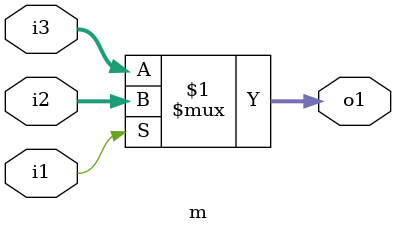
<source format=v>
 module _synth_70 (
    input [35 : 0] i1,
    input [35 : 0] i2,
    input i3,
    output [35 : 0] o1
 );
 wire [35 : 0] m1;
 wire m2;
 wire [35 : 0] m3;
 wire [35 : 0] m4;
 m_3 inst_1(.i1(i1[35:0]),
           .i2(m3[35:0]),
           .o1(m4[35:0]));
 m_3 inst_2(.i1(m4[35:0]),
           .i2({35'b00000000000000000000000000000000000, m2}),
           .o1(o1[35:0]));
 m_2 inst_3(.i1(i2[35:0]),
           .o1(m1[35:0]));
 m_1 inst_4(.i1(i3),
           .o1(m2));
 m inst_5(.i1(i3),
         .i2(i2[35:0]),
         .i3(m1[35:0]),
         .o1(m3[35:0]));
 endmodule

 module m_3 (
    input [35 : 0] i1,
    input [35 : 0] i2,
    output [35 : 0] o1
 );
 assign o1 = i1[35:0] + i2[35:0];
 endmodule

 module m_2 (
    input [35 : 0] i1,
    output [35 : 0] o1
 );
 assign o1 = ~(i1[35:0]);
 endmodule

 module m_1 (
    input i1,
    output o1
 );
 assign o1 = ~(i1);
 endmodule

 module m (
    input i1,
    input [35 : 0] i2,
    input [35 : 0] i3,
    output [35 : 0] o1
 );
 assign o1 = i1 ? i2[35:0] : i3[35:0];
 endmodule


</source>
